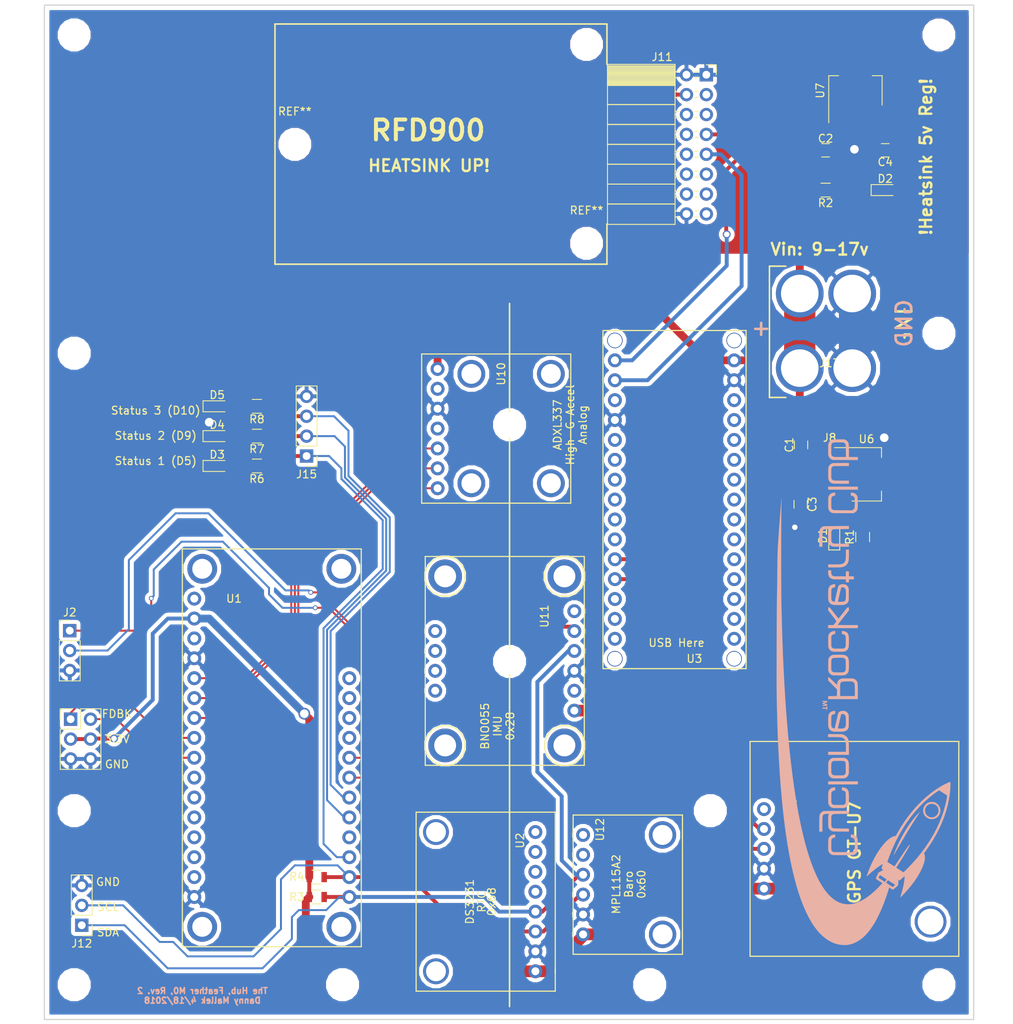
<source format=kicad_pcb>
(kicad_pcb (version 4) (host pcbnew 4.0.7)
  (title_block (title "The Hub") (rev 1.0) (company "Desert Jackal"))
  (layers (0 F.Cu signal) (31 B.Cu signal) (34 B.Paste user) (35 F.Paste user) (36 B.SilkS user) (37 F.SilkS user) (38 B.Mask user) (39 F.Mask user) (44 Edge.Cuts user))
  (net 0 "")
  (net 1 +12V)
  (net 2 GND)
  (net 3 +3V3)
  (net 4 +5V)
  (net 5 "Net-(D1-Pad1)")
  (net 6 "Net-(D2-Pad1)")
  (net 7 "Net-(D3-Pad2)")
  (net 8 "Net-(D4-Pad2)")
  (net 9 "Net-(D5-Pad2)")
  (net 10 "Net-(J11-Pad3)")
  (net 11 "Net-(J11-Pad5)")
  (net 12 "Net-(J11-Pad6)")
  (net 13 "Net-(J11-Pad8)")
  (net 14 "Net-(J11-Pad10)")
  (net 15 "Net-(J11-Pad11)")
  (net 16 "Net-(J11-Pad12)")
  (net 17 "Net-(J11-Pad13)")
  (net 18 "Net-(J11-Pad14)")
  (net 19 "Net-(J11-Pad15)")
  (net 20 /A0)
  (net 21 /A1)
  (net 22 /A2)
  (net 23 "Net-(U10-Pad2)")
  (net 24 "Net-(U10-Pad4)")
  (net 25 "Net-(U11-Pad2)")
  (net 26 "Net-(U11-Pad6)")
  (net 27 "Net-(U11-Pad7)")
  (net 28 "Net-(U11-Pad8)")
  (net 29 "Net-(U11-Pad9)")
  (net 30 "Net-(U11-Pad10)")
  (net 31 "Net-(U12-Pad1)")
  (net 32 "Net-(U12-Pad2)")
  (net 33 /A_FDBK_0)
  (net 34 /A_FDBK_1)
  (net 35 "Net-(U1-Pad1)")
  (net 36 "Net-(U2-Pad5)")
  (net 37 "Net-(U2-Pad6)")
  (net 38 "Net-(U2-Pad7)")
  (net 39 "Net-(U2-Pad8)")
  (net 40 /RFD900_RX)
  (net 41 /RFD900_TX)
  (net 42 /SDA_1)
  (net 43 /SCL_1)
  (net 44 /Status1)
  (net 45 /Status2)
  (net 46 /Status3)
  (net 47 "Net-(R5-Pad1)")
  (net 48 "Net-(R10-Pad1)")
  (net 49 "Net-(U1-Pad3)")
  (net 50 "Net-(U1-Pad10)")
  (net 51 "Net-(U1-Pad11)")
  (net 52 "Net-(U1-Pad12)")
  (net 53 "Net-(U1-Pad13)")
  (net 54 "Net-(U1-Pad20)")
  (net 55 "Net-(U1-Pad25)")
  (net 56 "Net-(U1-Pad26)")
  (net 57 "Net-(U1-Pad27)")
  (net 58 "Net-(U1-Pad28)")
  (net 59 "Net-(U3-Pad1)")
  (net 60 "Net-(U3-Pad2)")
  (net 61 "Net-(U3-Pad3)")
  (net 62 "Net-(U3-Pad4)")
  (net 63 "Net-(U3-Pad5)")
  (net 64 "Net-(U3-Pad6)")
  (net 65 "Net-(U3-Pad7)")
  (net 66 "Net-(U3-Pad8)")
  (net 67 "Net-(U3-Pad9)")
  (net 68 "Net-(U3-Pad10)")
  (net 69 "Net-(U3-Pad11)")
  (net 70 "Net-(U3-Pad12)")
  (net 71 "Net-(U3-Pad13)")
  (net 72 "Net-(U3-Pad18)")
  (net 73 "Net-(U3-Pad20)")
  (net 74 "Net-(U3-Pad21)")
  (net 75 "Net-(U3-Pad22)")
  (net 76 "Net-(U3-Pad23)")
  (net 77 "Net-(U3-Pad24)")
  (net 78 /GPS_TX)
  (net 79 /GPS_RX)
  (net 80 "Net-(U3-Pad28)")
  (net 81 "Net-(U3-Pad29)")
  (net 82 "Net-(U3-Pad30)")
  (net 83 "Net-(U3-Pad25)")
  (net 84 "Net-(U4-Pad1)")
  (net 85 /ActuatorDir)
  (net 86 /ActuatorPWM)
  (module FoxWestern:FeatherM0 (layer F.Cu) (at 81.3816 126.5936)
    (fp_text reference U1 (at 5.08 0) (layer F.SilkS))
    (fp_text value FeatherM0)
    (pad 1 thru_hole circle (at 0 0) (size 1.778 1.778) (drill 1.02) (layers *.Cu *.Mask) (net 35 "Net-(U1-Pad1)"))
    (pad 2 thru_hole circle (at 0 2.54) (size 1.778 1.778) (drill 1.02) (layers *.Cu *.Mask) (net 3 +3V3))
    (pad 3 thru_hole circle (at 0 5.08) (size 1.778 1.778) (drill 1.02) (layers *.Cu *.Mask) (net 49 "Net-(U1-Pad3)"))
    (pad 4 thru_hole circle (at 0 7.62) (size 1.778 1.778) (drill 1.02) (layers *.Cu *.Mask) (net 2 GND))
    (pad 5 thru_hole circle (at 0 10.16) (size 1.778 1.778) (drill 1.02) (layers *.Cu *.Mask) (net 20 /A0))
    (pad 6 thru_hole circle (at 0 12.7) (size 1.778 1.778) (drill 1.02) (layers *.Cu *.Mask) (net 21 /A1))
    (pad 7 thru_hole circle (at 0 15.24) (size 1.778 1.778) (drill 1.02) (layers *.Cu *.Mask) (net 22 /A2))
    (pad 8 thru_hole circle (at 0 17.78) (size 1.778 1.778) (drill 1.02) (layers *.Cu *.Mask) (net 33 /A_FDBK_0))
    (pad 9 thru_hole circle (at 0 20.32) (size 1.778 1.778) (drill 1.02) (layers *.Cu *.Mask) (net 34 /A_FDBK_1))
    (pad 10 thru_hole circle (at 0 22.86) (size 1.778 1.778) (drill 1.02) (layers *.Cu *.Mask) (net 50 "Net-(U1-Pad10)"))
    (pad 11 thru_hole circle (at 0 25.4) (size 1.778 1.778) (drill 1.02) (layers *.Cu *.Mask) (net 51 "Net-(U1-Pad11)"))
    (pad 12 thru_hole circle (at 0 27.94) (size 1.778 1.778) (drill 1.02) (layers *.Cu *.Mask) (net 52 "Net-(U1-Pad12)"))
    (pad 13 thru_hole circle (at 0 30.48) (size 1.778 1.778) (drill 1.02) (layers *.Cu *.Mask) (net 53 "Net-(U1-Pad13)"))
    (pad 14 thru_hole circle (at 0 33.02) (size 1.778 1.778) (drill 1.02) (layers *.Cu *.Mask) (net 47 "Net-(R5-Pad1)"))
    (pad 15 thru_hole circle (at 0 35.56) (size 1.778 1.778) (drill 1.02) (layers *.Cu *.Mask) (net 48 "Net-(R10-Pad1)"))
    (pad "" thru_hole circle (at 1.016 -3.81) (size 3.81 3.81) (drill 2.54) (layers *.Cu *.Mask))
    (pad "" thru_hole circle (at 18.796 -3.81) (size 3.81 3.81) (drill 2.54) (layers *.Cu *.Mask))
    (pad "" thru_hole circle (at 1.016 41.91) (size 3.81 3.81) (drill 2.54) (layers *.Cu *.Mask))
    (pad "" thru_hole circle (at 18.796 41.91) (size 3.81 3.81) (drill 2.54) (layers *.Cu *.Mask))
    (pad 16 thru_hole circle (at 0 38.1) (size 1.778 1.778) (drill 1.02) (layers *.Cu *.Mask) (net 2 GND))
    (pad 17 thru_hole circle (at 19.812 38.1) (size 1.778 1.778) (drill 1.02) (layers *.Cu *.Mask) (net 42 /SDA_1))
    (pad 18 thru_hole circle (at 19.812 35.56) (size 1.778 1.778) (drill 1.02) (layers *.Cu *.Mask) (net 43 /SCL_1))
    (pad 19 thru_hole circle (at 19.812 33.02) (size 1.778 1.778) (drill 1.02) (layers *.Cu *.Mask) (net 44 /Status1))
    (pad 20 thru_hole circle (at 19.812 30.48) (size 1.778 1.778) (drill 1.02) (layers *.Cu *.Mask) (net 54 "Net-(U1-Pad20)"))
    (pad 21 thru_hole circle (at 19.812 27.94) (size 1.778 1.778) (drill 1.02) (layers *.Cu *.Mask) (net 45 /Status2))
    (pad 22 thru_hole circle (at 19.812 25.4) (size 1.778 1.778) (drill 1.02) (layers *.Cu *.Mask) (net 46 /Status3))
    (pad 23 thru_hole circle (at 19.812 22.86) (size 1.778 1.778) (drill 1.02) (layers *.Cu *.Mask) (net 86 /ActuatorPWM))
    (pad 24 thru_hole circle (at 19.812 20.32) (size 1.778 1.778) (drill 1.02) (layers *.Cu *.Mask) (net 85 /ActuatorDir))
    (pad 25 thru_hole circle (at 19.812 17.78) (size 1.778 1.778) (drill 1.02) (layers *.Cu *.Mask) (net 55 "Net-(U1-Pad25)"))
    (pad 26 thru_hole circle (at 19.812 15.24) (size 1.778 1.778) (drill 1.02) (layers *.Cu *.Mask) (net 56 "Net-(U1-Pad26)"))
    (pad 27 thru_hole circle (at 19.812 12.7) (size 1.778 1.778) (drill 1.02) (layers *.Cu *.Mask) (net 57 "Net-(U1-Pad27)"))
    (pad 28 thru_hole circle (at 19.812 10.16) (size 1.778 1.778) (drill 1.02) (layers *.Cu *.Mask) (net 58 "Net-(U1-Pad28)"))
  )
  (module FoxWestern:ArduinoNano (layer F.Cu) (at 150.368 131.7244 180)
    (fp_text reference U3 (at 5.08 -2.54 180) (layer F.SilkS))
    (fp_text value ArduinoNano)
    (fp_text user "USB Here" (at 7.366 -0.508 180) (layer F.SilkS))
    (pad 1 thru_hole circle (at 0 0 180) (size 1.778 1.778) (drill 1.02) (layers *.Cu *.Mask) (net 59 "Net-(U3-Pad1)"))
    (pad 2 thru_hole circle (at 0 2.54 180) (size 1.778 1.778) (drill 1.02) (layers *.Cu *.Mask) (net 60 "Net-(U3-Pad2)"))
    (pad 3 thru_hole circle (at 0 5.08 180) (size 1.778 1.778) (drill 1.02) (layers *.Cu *.Mask) (net 61 "Net-(U3-Pad3)"))
    (pad 4 thru_hole circle (at 0 7.62 180) (size 1.778 1.778) (drill 1.02) (layers *.Cu *.Mask) (net 62 "Net-(U3-Pad4)"))
    (pad 5 thru_hole circle (at 0 10.16 180) (size 1.778 1.778) (drill 1.02) (layers *.Cu *.Mask) (net 63 "Net-(U3-Pad5)"))
    (pad 6 thru_hole circle (at 0 12.7 180) (size 1.778 1.778) (drill 1.02) (layers *.Cu *.Mask) (net 64 "Net-(U3-Pad6)"))
    (pad 7 thru_hole circle (at 0 15.24 180) (size 1.778 1.778) (drill 1.02) (layers *.Cu *.Mask) (net 65 "Net-(U3-Pad7)"))
    (pad 8 thru_hole circle (at 0 17.78 180) (size 1.778 1.778) (drill 1.02) (layers *.Cu *.Mask) (net 66 "Net-(U3-Pad8)"))
    (pad 9 thru_hole circle (at 0 20.32 180) (size 1.778 1.778) (drill 1.02) (layers *.Cu *.Mask) (net 67 "Net-(U3-Pad9)"))
    (pad 10 thru_hole circle (at 0 22.86 180) (size 1.778 1.778) (drill 1.02) (layers *.Cu *.Mask) (net 68 "Net-(U3-Pad10)"))
    (pad 11 thru_hole circle (at 0 25.4 180) (size 1.778 1.778) (drill 1.02) (layers *.Cu *.Mask) (net 69 "Net-(U3-Pad11)"))
    (pad 12 thru_hole circle (at 0 27.94 180) (size 1.778 1.778) (drill 1.02) (layers *.Cu *.Mask) (net 70 "Net-(U3-Pad12)"))
    (pad 13 thru_hole circle (at 0 30.48 180) (size 1.778 1.778) (drill 1.02) (layers *.Cu *.Mask) (net 71 "Net-(U3-Pad13)"))
    (pad 14 thru_hole circle (at 0 33.02 180) (size 1.778 1.778) (drill 1.02) (layers *.Cu *.Mask) (net 2 GND))
    (pad 15 thru_hole circle (at 0 35.56 180) (size 1.778 1.778) (drill 1.02) (layers *.Cu *.Mask) (net 3 +3V3))
    (pad 16 thru_hole circle (at 15.24 35.56 180) (size 1.778 1.778) (drill 1.02) (layers *.Cu *.Mask) (net 40 /RFD900_RX))
    (pad 17 thru_hole circle (at 15.24 33.02 180) (size 1.778 1.778) (drill 1.02) (layers *.Cu *.Mask) (net 41 /RFD900_TX))
    (pad 18 thru_hole circle (at 15.24 30.48 180) (size 1.778 1.778) (drill 1.02) (layers *.Cu *.Mask) (net 72 "Net-(U3-Pad18)"))
    (pad 19 thru_hole circle (at 15.24 27.94 180) (size 1.778 1.778) (drill 1.02) (layers *.Cu *.Mask) (net 2 GND))
    (pad 20 thru_hole circle (at 15.24 25.4 180) (size 1.778 1.778) (drill 1.02) (layers *.Cu *.Mask) (net 73 "Net-(U3-Pad20)"))
    (pad 21 thru_hole circle (at 15.24 22.86 180) (size 1.778 1.778) (drill 1.02) (layers *.Cu *.Mask) (net 74 "Net-(U3-Pad21)"))
    (pad 22 thru_hole circle (at 15.24 20.32 180) (size 1.778 1.778) (drill 1.02) (layers *.Cu *.Mask) (net 75 "Net-(U3-Pad22)"))
    (pad 23 thru_hole circle (at 15.24 17.78 180) (size 1.778 1.778) (drill 1.02) (layers *.Cu *.Mask) (net 76 "Net-(U3-Pad23)"))
    (pad 24 thru_hole circle (at 15.24 15.24 180) (size 1.778 1.778) (drill 1.02) (layers *.Cu *.Mask) (net 77 "Net-(U3-Pad24)"))
    (pad 25 thru_hole circle (at 15.24 12.7 180) (size 1.778 1.778) (drill 1.02) (layers *.Cu *.Mask) (net 83 "Net-(U3-Pad25)"))
    (pad 26 thru_hole circle (at 15.24 10.16 180) (size 1.778 1.778) (drill 1.02) (layers *.Cu *.Mask) (net 78 /GPS_TX))
    (pad 27 thru_hole circle (at 15.24 7.62 180) (size 1.778 1.778) (drill 1.02) (layers *.Cu *.Mask) (net 79 /GPS_RX))
    (pad 28 thru_hole circle (at 15.24 5.08 180) (size 1.778 1.778) (drill 1.02) (layers *.Cu *.Mask) (net 80 "Net-(U3-Pad28)"))
    (pad 29 thru_hole circle (at 15.24 2.54 180) (size 1.778 1.778) (drill 1.02) (layers *.Cu *.Mask) (net 81 "Net-(U3-Pad29)"))
    (pad 30 thru_hole circle (at 15.24 0 180) (size 1.778 1.778) (drill 1.02) (layers *.Cu *.Mask) (net 82 "Net-(U3-Pad30)"))
    (pad "" thru_hole circle (at 0 -2.54 180) (size 1.9812 1.9812) (drill 1.778) (layers *.Cu *.Mask))
    (pad "" thru_hole circle (at 15.24 -2.54 180) (size 1.9812 1.9812) (drill 1.778) (layers *.Cu *.Mask))
    (pad "" thru_hole circle (at 0 38.1 180) (size 1.9812 1.9812) (drill 1.778) (layers *.Cu *.Mask))
    (pad "" thru_hole circle (at 15.24 38.1 180) (size 1.9812 1.9812) (drill 1.778) (layers *.Cu *.Mask))
  )
  (module Board1:CycloneRocketryLogo (layer B.Cu) (at 164.592 138.049 90)
    (fp_text reference G*** hide)
    (fp_text value LOGO hide)
  )
  (module Mounting_Holes:MountingHole_3.2mm_M3 (layer F.Cu) (at 176.53 92.71)
    (fp_text reference "" (at 0 -4.2) (layer F.SilkS))
    (fp_text value MountingHole_3.2mm_M3)
    (pad 1 np_thru_hole circle (at 0 0) (size 3.2 3.2) (drill 3.2) (layers *.Cu *.Mask))
  )
  (module TO_SOT_Packages_SMD:SOT-223-3Lead_TabPin2 (layer F.Cu) (at 167.2844 110.7186)
    (fp_text reference U6 (at 0 -4.5) (layer F.SilkS))
    (fp_text value TL1963)
    (pad 2 smd rect (at 3.15 0) (size 2 3.8) (layers F.Cu F.Paste F.Mask) (net 2 GND))
    (pad 2 smd rect (at -3.15 0) (size 2 1.5) (layers F.Cu F.Paste F.Mask) (net 2 GND))
    (pad 3 smd rect (at -3.15 2.3) (size 2 1.5) (layers F.Cu F.Paste F.Mask) (net 3 +3V3))
    (pad 1 smd rect (at -3.15 -2.3) (size 2 1.5) (layers F.Cu F.Paste F.Mask) (net 1 +12V))
  )
  (module Socket_Strips:Socket_Strip_Angled_2x08_Pitch2.54mm (layer F.Cu) (at 146.812 59.69)
    (fp_text reference J11 (at -5.65 -2.27) (layer F.SilkS))
    (fp_text value RFD900)
    (pad 1 thru_hole rect (at 0 0) (size 1.7 1.7) (drill 1) (layers *.Cu *.Mask) (net 2 GND))
    (pad 2 thru_hole oval (at -2.54 0) (size 1.7 1.7) (drill 1) (layers *.Cu *.Mask) (net 2 GND))
    (pad 3 thru_hole oval (at 0 2.54) (size 1.7 1.7) (drill 1) (layers *.Cu *.Mask) (net 10 "Net-(J11-Pad3)"))
    (pad 4 thru_hole oval (at -2.54 2.54) (size 1.7 1.7) (drill 1) (layers *.Cu *.Mask) (net 4 +5V))
    (pad 5 thru_hole oval (at 0 5.08) (size 1.7 1.7) (drill 1) (layers *.Cu *.Mask) (net 11 "Net-(J11-Pad5)"))
    (pad 6 thru_hole oval (at -2.54 5.08) (size 1.7 1.7) (drill 1) (layers *.Cu *.Mask) (net 12 "Net-(J11-Pad6)"))
    (pad 7 thru_hole oval (at 0 7.62) (size 1.7 1.7) (drill 1) (layers *.Cu *.Mask) (net 40 /RFD900_RX))
    (pad 8 thru_hole oval (at -2.54 7.62) (size 1.7 1.7) (drill 1) (layers *.Cu *.Mask) (net 13 "Net-(J11-Pad8)"))
    (pad 9 thru_hole oval (at 0 10.16) (size 1.7 1.7) (drill 1) (layers *.Cu *.Mask) (net 41 /RFD900_TX))
    (pad 10 thru_hole oval (at -2.54 10.16) (size 1.7 1.7) (drill 1) (layers *.Cu *.Mask) (net 14 "Net-(J11-Pad10)"))
    (pad 11 thru_hole oval (at 0 12.7) (size 1.7 1.7) (drill 1) (layers *.Cu *.Mask) (net 15 "Net-(J11-Pad11)"))
    (pad 12 thru_hole oval (at -2.54 12.7) (size 1.7 1.7) (drill 1) (layers *.Cu *.Mask) (net 16 "Net-(J11-Pad12)"))
    (pad 13 thru_hole oval (at 0 15.24) (size 1.7 1.7) (drill 1) (layers *.Cu *.Mask) (net 17 "Net-(J11-Pad13)"))
    (pad 14 thru_hole oval (at -2.54 15.24) (size 1.7 1.7) (drill 1) (layers *.Cu *.Mask) (net 18 "Net-(J11-Pad14)"))
    (pad 15 thru_hole oval (at 0 17.78) (size 1.7 1.7) (drill 1) (layers *.Cu *.Mask) (net 19 "Net-(J11-Pad15)"))
    (pad 16 thru_hole oval (at -2.54 17.78) (size 1.7 1.7) (drill 1) (layers *.Cu *.Mask) (net 2 GND))
  )
  (module TO_SOT_Packages_SMD:SOT-223 (layer F.Cu) (at 165.862 61.722 90)
    (fp_text reference U7 (at 0 -4.5 90) (layer F.SilkS))
    (fp_text value LM340MP-5.0)
    (pad 4 smd rect (at 3.15 0 90) (size 2 3.8) (layers F.Cu F.Paste F.Mask))
    (pad 2 smd rect (at -3.15 0 90) (size 2 1.5) (layers F.Cu F.Paste F.Mask) (net 2 GND))
    (pad 3 smd rect (at -3.15 2.3 90) (size 2 1.5) (layers F.Cu F.Paste F.Mask) (net 4 +5V))
    (pad 1 smd rect (at -3.15 -2.3 90) (size 2 1.5) (layers F.Cu F.Paste F.Mask) (net 1 +12V))
  )
  (module Resistors_SMD:R_0805 (layer F.Cu) (at 89.3826 102.0318 180)
    (fp_text reference R8 (at 0 -1.65 180) (layer F.SilkS))
    (fp_text value 1k)
    (pad 1 smd rect (at -0.95 0 180) (size 0.7 1.3) (layers F.Cu F.Paste F.Mask) (net 46 /Status3))
    (pad 2 smd rect (at 0.95 0 180) (size 0.7 1.3) (layers F.Cu F.Paste F.Mask) (net 9 "Net-(D5-Pad2)"))
  )
  (module Resistors_SMD:R_0805 (layer F.Cu) (at 89.3826 105.8418 180)
    (fp_text reference R7 (at 0 -1.65 180) (layer F.SilkS))
    (fp_text value 1k)
    (pad 1 smd rect (at -0.95 0 180) (size 0.7 1.3) (layers F.Cu F.Paste F.Mask) (net 45 /Status2))
    (pad 2 smd rect (at 0.95 0 180) (size 0.7 1.3) (layers F.Cu F.Paste F.Mask) (net 8 "Net-(D4-Pad2)"))
  )
  (module Resistors_SMD:R_0805 (layer F.Cu) (at 89.3826 109.6518 180)
    (fp_text reference R6 (at 0 -1.65 180) (layer F.SilkS))
    (fp_text value 1k)
    (pad 1 smd rect (at -0.95 0 180) (size 0.7 1.3) (layers F.Cu F.Paste F.Mask) (net 44 /Status1))
    (pad 2 smd rect (at 0.95 0 180) (size 0.7 1.3) (layers F.Cu F.Paste F.Mask) (net 7 "Net-(D3-Pad2)"))
  )
  (module Resistors_SMD:R_0805 (layer F.Cu) (at 162.052 74.422 180)
    (fp_text reference R2 (at 0 -1.65 180) (layer F.SilkS))
    (fp_text value 220)
    (pad 1 smd rect (at -0.95 0 180) (size 0.7 1.3) (layers F.Cu F.Paste F.Mask) (net 6 "Net-(D2-Pad1)"))
    (pad 2 smd rect (at 0.95 0 180) (size 0.7 1.3) (layers F.Cu F.Paste F.Mask) (net 2 GND))
  )
  (module Resistors_SMD:R_0805 (layer F.Cu) (at 166.7891 118.7196 90)
    (fp_text reference R1 (at 0 -1.65 90) (layer F.SilkS))
    (fp_text value 220)
    (pad 1 smd rect (at -0.95 0 90) (size 0.7 1.3) (layers F.Cu F.Paste F.Mask) (net 5 "Net-(D1-Pad1)"))
    (pad 2 smd rect (at 0.95 0 90) (size 0.7 1.3) (layers F.Cu F.Paste F.Mask) (net 2 GND))
  )
  (module Pin_Headers:Pin_Header_Straight_1x04_Pitch2.54mm (layer F.Cu) (at 95.7326 108.3818 180)
    (fp_text reference J15 (at 0 -2.33 180) (layer F.SilkS))
    (fp_text value "GPIO Test")
    (pad 1 thru_hole rect (at 0 0 180) (size 1.7 1.7) (drill 1) (layers *.Cu *.Mask) (net 44 /Status1))
    (pad 2 thru_hole oval (at 0 2.54 180) (size 1.7 1.7) (drill 1) (layers *.Cu *.Mask) (net 45 /Status2))
    (pad 3 thru_hole oval (at 0 5.08 180) (size 1.7 1.7) (drill 1) (layers *.Cu *.Mask) (net 46 /Status3))
    (pad 4 thru_hole oval (at 0 7.62 180) (size 1.7 1.7) (drill 1) (layers *.Cu *.Mask) (net 2 GND))
  )
  (module LEDs:LED_0805 (layer F.Cu) (at 84.3026 102.0318)
    (fp_text reference D5 (at 0 -1.45) (layer F.SilkS))
    (fp_text value LED)
    (pad 2 smd rect (at 1.1 0 180) (size 1.2 1.2) (layers F.Cu F.Paste F.Mask) (net 9 "Net-(D5-Pad2)"))
    (pad 1 smd rect (at -1.1 0 180) (size 1.2 1.2) (layers F.Cu F.Paste F.Mask) (net 2 GND))
  )
  (module LEDs:LED_0805 (layer F.Cu) (at 84.3026 105.8418)
    (fp_text reference D4 (at 0 -1.45) (layer F.SilkS))
    (fp_text value LED)
    (pad 2 smd rect (at 1.1 0 180) (size 1.2 1.2) (layers F.Cu F.Paste F.Mask) (net 8 "Net-(D4-Pad2)"))
    (pad 1 smd rect (at -1.1 0 180) (size 1.2 1.2) (layers F.Cu F.Paste F.Mask) (net 2 GND))
  )
  (module LEDs:LED_0805 (layer F.Cu) (at 84.3026 109.6518)
    (fp_text reference D3 (at 0 -1.45) (layer F.SilkS))
    (fp_text value LED)
    (pad 2 smd rect (at 1.1 0 180) (size 1.2 1.2) (layers F.Cu F.Paste F.Mask) (net 7 "Net-(D3-Pad2)"))
    (pad 1 smd rect (at -1.1 0 180) (size 1.2 1.2) (layers F.Cu F.Paste F.Mask) (net 2 GND))
  )
  (module LEDs:LED_0805 (layer F.Cu) (at 169.672 74.422)
    (fp_text reference D2 (at 0 -1.45) (layer F.SilkS))
    (fp_text value LED)
    (pad 2 smd rect (at 1.1 0 180) (size 1.2 1.2) (layers F.Cu F.Paste F.Mask) (net 4 +5V))
    (pad 1 smd rect (at -1.1 0 180) (size 1.2 1.2) (layers F.Cu F.Paste F.Mask) (net 6 "Net-(D2-Pad1)"))
  )
  (module LEDs:LED_0805 (layer F.Cu) (at 163.1569 118.5799 90)
    (fp_text reference D1 (at 0 -1.45 90) (layer F.SilkS))
    (fp_text value LED)
    (pad 2 smd rect (at 1.1 0 270) (size 1.2 1.2) (layers F.Cu F.Paste F.Mask) (net 3 +3V3))
    (pad 1 smd rect (at -1.1 0 270) (size 1.2 1.2) (layers F.Cu F.Paste F.Mask) (net 5 "Net-(D1-Pad1)"))
  )
  (module Capacitors_SMD:C_0805 (layer F.Cu) (at 169.672 69.342 180)
    (fp_text reference C4 (at 0 -1.5 180) (layer F.SilkS))
    (fp_text value 10U)
    (pad 1 smd rect (at -1 0 180) (size 1 1.25) (layers F.Cu F.Paste F.Mask) (net 4 +5V))
    (pad 2 smd rect (at 1 0 180) (size 1 1.25) (layers F.Cu F.Paste F.Mask) (net 2 GND))
  )
  (module Capacitors_SMD:C_0805 (layer F.Cu) (at 158.8643 114.554 270)
    (fp_text reference C3 (at 0 -1.5 270) (layer F.SilkS))
    (fp_text value 10U)
    (pad 1 smd rect (at -1 0 270) (size 1 1.25) (layers F.Cu F.Paste F.Mask) (net 3 +3V3))
    (pad 2 smd rect (at 1 0 270) (size 1 1.25) (layers F.Cu F.Paste F.Mask) (net 2 GND))
  )
  (module Capacitors_SMD:C_0805 (layer F.Cu) (at 162.052 69.342)
    (fp_text reference C2 (at 0 -1.5) (layer F.SilkS))
    (fp_text value 10U)
    (pad 1 smd rect (at -1 0) (size 1 1.25) (layers F.Cu F.Paste F.Mask) (net 1 +12V))
    (pad 2 smd rect (at 1 0) (size 1 1.25) (layers F.Cu F.Paste F.Mask) (net 2 GND))
  )
  (module Capacitors_SMD:C_0805 (layer F.Cu) (at 158.9151 106.9594 90)
    (fp_text reference C1 (at 0 -1.5 90) (layer F.SilkS))
    (fp_text value 10U)
    (pad 1 smd rect (at -1 0 90) (size 1 1.25) (layers F.Cu F.Paste F.Mask) (net 1 +12V))
    (pad 2 smd rect (at 1 0 90) (size 1 1.25) (layers F.Cu F.Paste F.Mask) (net 2 GND))
  )
  (module Symbols:Symbol_Attention_CopperTop_Small (layer F.Cu) (at 110.236 77.724)
    (fp_text reference REF** hide)
    (fp_text value Symbol_Attention_CopperTop_Small)
    (fp_line (start 0 -4.191) (end 4.699 2.794) (layer F.Cu) (width 0.381))
    (fp_line (start 4.699 2.794) (end -4.699 2.794) (layer F.Cu) (width 0.381))
    (fp_line (start -4.699 2.794) (end 0 -4.191) (layer F.Cu) (width 0.381))
    (fp_circle (center 0 1.905) (end 0 2.032) (layer F.Cu) (width 0.381))
    (fp_circle (center 0 1.905) (end 0.254 2.159) (layer F.Cu) (width 0.381))
    (fp_line (start 0 1.016) (end -0.127 -2.54) (layer F.Cu) (width 0.381))
    (fp_line (start 0 0.889) (end 0.127 -2.54) (layer F.Cu) (width 0.381))
    (fp_line (start 0 -2.54) (end 0.508 -2.54) (layer F.Cu) (width 0.381))
    (fp_line (start 0.508 -2.54) (end 0 1.016) (layer F.Cu) (width 0.381))
    (fp_line (start 0 1.016) (end -0.508 -2.54) (layer F.Cu) (width 0.381))
    (fp_line (start -0.508 -2.54) (end 0 -2.54) (layer F.Cu) (width 0.381))
  )
  (module Mounting_Holes:MountingHole_3.2mm_M3 (layer F.Cu) (at 66.04 175.895)
    (fp_text reference "" (at 0 -4.2) (layer F.SilkS))
    (fp_text value MountingHole_3.2mm_M3)
    (pad 1 np_thru_hole circle (at 0 0) (size 3.2 3.2) (drill 3.2) (layers *.Cu *.Mask))
  )
  (module Mounting_Holes:MountingHole_3.2mm_M3 (layer F.Cu) (at 176.53 175.895)
    (fp_text reference "" (at 0 -4.2) (layer F.SilkS))
    (fp_text value MountingHole_3.2mm_M3)
    (pad 1 np_thru_hole circle (at 0 0) (size 3.2 3.2) (drill 3.2) (layers *.Cu *.Mask))
  )
  (module Mounting_Holes:MountingHole_3.2mm_M3 (layer F.Cu) (at 66.04 54.61)
    (fp_text reference "" (at 0 -4.2) (layer F.SilkS))
    (fp_text value MountingHole_3.2mm_M3)
    (pad 1 np_thru_hole circle (at 0 0) (size 3.2 3.2) (drill 3.2) (layers *.Cu *.Mask))
  )
  (module Mounting_Holes:MountingHole_3.2mm_M3 (layer F.Cu) (at 66.04 95.25)
    (fp_text reference "" hide)
    (fp_text value MountingHole_3.2mm_M3)
    (pad 1 np_thru_hole circle (at 0 0) (size 3.2 3.2) (drill 3.2) (layers *.Cu *.Mask))
  )
  (module Mounting_Holes:MountingHole_3.2mm_M3 (layer F.Cu) (at 66.04 153.67)
    (fp_text reference "" (at 0 -4.2) (layer F.SilkS))
    (fp_text value MountingHole_3.2mm_M3)
    (pad 1 np_thru_hole circle (at 0 0) (size 3.2 3.2) (drill 3.2) (layers *.Cu *.Mask))
  )
  (module Mounting_Holes:MountingHole_3.2mm_M3 (layer F.Cu) (at 147.32 153.67)
    (fp_text reference "" (at 0 -4.2) (layer F.SilkS))
    (fp_text value MountingHole_3.2mm_M3)
    (pad 1 np_thru_hole circle (at 0 0) (size 3.2 3.2) (drill 3.2) (layers *.Cu *.Mask))
  )
  (module Mounting_Holes:MountingHole_3.2mm_M3 (layer F.Cu) (at 121.666 104.394)
    (fp_text reference "" (at 0 -4.2) (layer F.SilkS))
    (fp_text value MountingHole_3.2mm_M3)
    (pad 1 np_thru_hole circle (at 0 0) (size 3.2 3.2) (drill 3.2) (layers *.Cu *.Mask))
  )
  (module Mounting_Holes:MountingHole_3.2mm_M3 (layer F.Cu) (at 176.53 54.61)
    (fp_text reference "" (at 0 -4.2) (layer F.SilkS))
    (fp_text value MountingHole_3.2mm_M3)
    (pad 1 np_thru_hole circle (at 0 0) (size 3.2 3.2) (drill 3.2) (layers *.Cu *.Mask))
  )
  (module Mounting_Holes:MountingHole_3.2mm_M3 (layer F.Cu) (at 100.33 175.895)
    (fp_text reference "" (at 0 -4.2) (layer F.SilkS))
    (fp_text value MountingHole_3.2mm_M3)
    (pad 1 np_thru_hole circle (at 0 0) (size 3.2 3.2) (drill 3.2) (layers *.Cu *.Mask))
  )
  (module Mounting_Holes:MountingHole_3.2mm_M3 (layer F.Cu) (at 139.573 175.895)
    (fp_text reference "" (at 0 -4.2) (layer F.SilkS))
    (fp_text value MountingHole_3.2mm_M3)
    (pad 1 np_thru_hole circle (at 0 0) (size 3.2 3.2) (drill 3.2) (layers *.Cu *.Mask))
  )
  (module FoxWestern:XT60 (layer F.Cu) (at 158.75 97.155)
    (fp_text reference J8 (at 3.81 8.89) (layer F.SilkS))
    (fp_text value "12V MAIN POWER")
    (pad 1 thru_hole circle (at 0 0) (size 6.1 6.1) (drill 4.8) (layers *.Cu *.Mask) (net 1 +12V))
    (pad 2 thru_hole circle (at 6.7 0) (size 6.1 6.1) (drill 4.8) (layers *.Cu *.Mask) (net 2 GND))
  )
  (module FoxWestern:XT60 (layer F.Cu) (at 158.75 87.63)
    (fp_text reference J17 (at 3.81 8.89) (layer F.SilkS))
    (fp_text value "12V OUT")
    (pad 1 thru_hole circle (at 0 0) (size 6.1 6.1) (drill 4.8) (layers *.Cu *.Mask) (net 1 +12V))
    (pad 2 thru_hole circle (at 6.7 0) (size 6.1 6.1) (drill 4.8) (layers *.Cu *.Mask) (net 2 GND))
  )
  (module Mounting_Holes:MountingHole_3.2mm_M3 (layer F.Cu) (at 121.666 134.62)
    (fp_text reference "" hide)
    (fp_text value MountingHole_3.2mm_M3)
    (pad 1 np_thru_hole circle (at 0 0) (size 3.2 3.2) (drill 3.2) (layers *.Cu *.Mask))
  )
  (module Mounting_Holes:MountingHole_3.2mm_M3 (layer F.Cu) (at 131.5085 81.2165)
    (fp_text reference REF** (at 0 -4.2) (layer F.SilkS))
    (fp_text value MountingHole_3.2mm_M3)
    (pad 1 np_thru_hole circle (at 0 0) (size 3.2 3.2) (drill 3.2) (layers *.Cu *.Mask))
  )
  (module Mounting_Holes:MountingHole_3.2mm_M3 (layer F.Cu) (at 131.5085 55.8165)
    (fp_text reference "" (at 0 -4.2) (layer F.SilkS))
    (fp_text value MountingHole_3.2mm_M3)
    (pad "" np_thru_hole circle (at 0 0) (size 3.2 3.2) (drill 3.2) (layers *.Cu *.Mask))
  )
  (module Mounting_Holes:MountingHole_3.2mm_M3 (layer F.Cu) (at 94.234 68.58)
    (fp_text reference REF** (at 0 -4.2) (layer F.SilkS))
    (fp_text value MountingHole_3.2mm_M3)
    (pad 1 np_thru_hole circle (at 0 0) (size 3.2 3.2) (drill 3.2) (layers *.Cu *.Mask))
  )
  (module Pin_Headers:Pin_Header_Straight_2x03_Pitch2.54mm (layer F.Cu) (at 65.5828 141.986)
    (fp_text reference J1 hide)
    (fp_text value "Actuator Fdbk Conn")
    (pad 1 thru_hole rect (at 0 0) (size 1.7 1.7) (drill 1) (layers *.Cu *.Mask) (net 33 /A_FDBK_0))
    (pad 2 thru_hole oval (at 2.54 0) (size 1.7 1.7) (drill 1) (layers *.Cu *.Mask) (net 34 /A_FDBK_1))
    (pad 3 thru_hole oval (at 0 2.54) (size 1.7 1.7) (drill 1) (layers *.Cu *.Mask) (net 3 +3V3))
    (pad 4 thru_hole oval (at 2.54 2.54) (size 1.7 1.7) (drill 1) (layers *.Cu *.Mask) (net 3 +3V3))
    (pad 5 thru_hole oval (at 0 5.08) (size 1.7 1.7) (drill 1) (layers *.Cu *.Mask) (net 2 GND))
    (pad 6 thru_hole oval (at 2.54 5.08) (size 1.7 1.7) (drill 1) (layers *.Cu *.Mask) (net 2 GND))
  )
  (module Pin_Headers:Pin_Header_Straight_1x03_Pitch2.54mm (layer F.Cu) (at 67.0052 168.3004 180)
    (fp_text reference J12 (at 0 -2.33 180) (layer F.SilkS))
    (fp_text value "I2C_1 Test Point")
    (pad 1 thru_hole rect (at 0 0 180) (size 1.7 1.7) (drill 1) (layers *.Cu *.Mask) (net 42 /SDA_1))
    (pad 2 thru_hole oval (at 0 2.54 180) (size 1.7 1.7) (drill 1) (layers *.Cu *.Mask) (net 43 /SCL_1))
    (pad 3 thru_hole oval (at 0 5.08 180) (size 1.7 1.7) (drill 1) (layers *.Cu *.Mask) (net 2 GND))
  )
  (module Resistors_SMD:R_0805 (layer F.Cu) (at 97.028 164.6936)
    (fp_text reference R3 (at -2.54 0) (layer F.SilkS))
    (fp_text value 2.2K)
    (pad 1 smd rect (at -0.95 0) (size 0.7 1.3) (layers F.Cu F.Paste F.Mask) (net 3 +3V3))
    (pad 2 smd rect (at 0.95 0) (size 0.7 1.3) (layers F.Cu F.Paste F.Mask) (net 42 /SDA_1))
  )
  (module Resistors_SMD:R_0805 (layer F.Cu) (at 97.028 162.1536)
    (fp_text reference R4 (at -2.54 -0.0508) (layer F.SilkS))
    (fp_text value 2.2K)
    (pad 1 smd rect (at -0.95 0) (size 0.7 1.3) (layers F.Cu F.Paste F.Mask) (net 3 +3V3))
    (pad 2 smd rect (at 0.95 0) (size 0.7 1.3) (layers F.Cu F.Paste F.Mask) (net 43 /SCL_1))
  )
  (module FoxWestern:DS3231 (layer F.Cu) (at 124.968 174.1805 90)
    (fp_text reference U2 (at 16.6878 -1.9558 90) (layer F.SilkS))
    (fp_text value DS3231)
    (fp_text user RTC (at 8.89 -6.858 90) (layer F.SilkS))
    (fp_text user 0x68 (at 8.89 -5.588 90) (layer F.SilkS))
    (fp_text user DS3231 (at 8.89 -8.382 90) (layer F.SilkS))
    (pad 1 thru_hole circle (at 0 0 90) (size 1.778 1.778) (drill 1.016) (layers *.Cu *.Mask) (net 3 +3V3))
    (pad 2 thru_hole circle (at 2.54 0 90) (size 1.778 1.778) (drill 1.016) (layers *.Cu *.Mask) (net 2 GND))
    (pad 3 thru_hole circle (at 5.08 0 90) (size 1.778 1.778) (drill 1.016) (layers *.Cu *.Mask) (net 43 /SCL_1))
    (pad 4 thru_hole circle (at 7.62 0 90) (size 1.778 1.778) (drill 1.016) (layers *.Cu *.Mask) (net 42 /SDA_1))
    (pad 5 thru_hole circle (at 10.16 0 90) (size 1.778 1.778) (drill 1.016) (layers *.Cu *.Mask) (net 36 "Net-(U2-Pad5)"))
    (pad 6 thru_hole circle (at 12.7 0 90) (size 1.778 1.778) (drill 1.016) (layers *.Cu *.Mask) (net 37 "Net-(U2-Pad6)"))
    (pad 7 thru_hole circle (at 15.24 0 90) (size 1.778 1.778) (drill 1.016) (layers *.Cu *.Mask) (net 38 "Net-(U2-Pad7)"))
    (pad 8 thru_hole circle (at 17.78 0 90) (size 1.778 1.778) (drill 1.016) (layers *.Cu *.Mask) (net 39 "Net-(U2-Pad8)"))
    (pad "" thru_hole circle (at 17.78 -12.7 90) (size 3.302 3.302) (drill 2.54) (layers *.Cu *.Mask))
    (pad "" thru_hole circle (at 0 -12.7 90) (size 3.302 3.302) (drill 2.54) (layers *.Cu *.Mask))
  )
  (module FoxWestern:GT-U7_GPS (layer F.Cu) (at 154.432 152.7048 270)
    (fp_text reference U4 (at 0.4572 -3.429 450) (layer F.SilkS))
    (fp_text value GT-U7_GPS)
    (pad 1 thru_hole circle (at 0.762 0.254 270) (size 1.778 1.778) (drill 1.02) (layers *.Cu *.Mask) (net 84 "Net-(U4-Pad1)"))
    (pad 2 thru_hole circle (at 3.302 0.254 270) (size 1.778 1.778) (drill 1.02) (layers *.Cu *.Mask) (net 78 /GPS_TX))
    (pad 3 thru_hole circle (at 5.842 0.254 270) (size 1.778 1.778) (drill 1.02) (layers *.Cu *.Mask) (net 79 /GPS_RX))
    (pad 4 thru_hole circle (at 8.382 0.254 270) (size 1.778 1.778) (drill 1.02) (layers *.Cu *.Mask) (net 2 GND))
    (pad 5 thru_hole circle (at 10.922 0.254 270) (size 1.778 1.778) (drill 1.02) (layers *.Cu *.Mask) (net 3 +3V3))
    (pad "" thru_hole circle (at 15.1384 -21.0312 270) (size 4.064 4.064) (drill 3.302) (layers *.Cu *.Mask))
  )
  (module FoxWestern:ADXL377 (layer F.Cu) (at 110.4392 95.3516 270)
    (fp_text reference U10 (at 2.54 -10.16 270) (layer F.SilkS))
    (fp_text value ADXL377)
    (pad 1 thru_hole circle (at 1.905 -2.032 270) (size 1.778 1.778) (drill 1.016) (layers *.Cu *.Mask) (net 3 +3V3))
    (pad 2 thru_hole circle (at 4.445 -2.032 270) (size 1.778 1.778) (drill 1.016) (layers *.Cu *.Mask) (net 23 "Net-(U10-Pad2)"))
    (pad 3 thru_hole circle (at 6.985 -2.032 270) (size 1.778 1.778) (drill 1.016) (layers *.Cu *.Mask) (net 2 GND))
    (pad 4 thru_hole circle (at 9.525 -2.032 270) (size 1.778 1.778) (drill 1.016) (layers *.Cu *.Mask) (net 24 "Net-(U10-Pad4)"))
    (pad 5 thru_hole circle (at 12.065 -2.032 270) (size 1.778 1.778) (drill 1.016) (layers *.Cu *.Mask) (net 20 /A0))
    (pad 6 thru_hole circle (at 14.605 -2.032 270) (size 1.778 1.778) (drill 1.016) (layers *.Cu *.Mask) (net 21 /A1))
    (pad 7 thru_hole circle (at 17.145 -2.032 270) (size 1.778 1.778) (drill 1.016) (layers *.Cu *.Mask) (net 22 /A2))
    (pad "" thru_hole circle (at 2.54 -16.51 270) (size 3.556 3.556) (drill 2.54) (layers *.Cu *.Mask))
    (pad "" thru_hole circle (at 16.51 -16.51 270) (size 3.556 3.556) (drill 2.54) (layers *.Cu *.Mask))
    (pad "" thru_hole circle (at 2.54 -6.35 270) (size 3.556 3.556) (drill 2.54) (layers *.Cu *.Mask))
    (pad "" thru_hole circle (at 16.51 -6.35 270) (size 3.556 3.556) (drill 2.54) (layers *.Cu *.Mask))
  )
  (module FoxWestern:BNO055 (layer F.Cu) (at 128.6764 145.3388 90)
    (fp_text reference U11 (at 16.51 -2.54 90) (layer F.SilkS))
    (fp_text value BNO055)
    (pad 1 thru_hole circle (at 4.445 1.27 90) (size 1.778 1.778) (drill 1.016) (layers *.Cu *.Mask) (net 3 +3V3))
    (pad 2 thru_hole circle (at 6.985 1.27 90) (size 1.778 1.778) (drill 1.016) (layers *.Cu *.Mask) (net 25 "Net-(U11-Pad2)"))
    (pad 3 thru_hole circle (at 9.525 1.27 90) (size 1.778 1.778) (drill 1.016) (layers *.Cu *.Mask) (net 2 GND))
    (pad 4 thru_hole circle (at 12.065 1.27 90) (size 1.778 1.778) (drill 1.016) (layers *.Cu *.Mask) (net 42 /SDA_1))
    (pad 5 thru_hole circle (at 14.605 1.27 90) (size 1.778 1.778) (drill 1.016) (layers *.Cu *.Mask) (net 43 /SCL_1))
    (pad 6 thru_hole circle (at 17.145 1.27 90) (size 1.778 1.778) (drill 1.016) (layers *.Cu *.Mask) (net 26 "Net-(U11-Pad6)"))
    (pad 7 thru_hole circle (at 6.985 -16.51 90) (size 1.778 1.778) (drill 1.016) (layers *.Cu *.Mask) (net 27 "Net-(U11-Pad7)"))
    (pad 8 thru_hole circle (at 9.525 -16.51 90) (size 1.778 1.778) (drill 1.016) (layers *.Cu *.Mask) (net 28 "Net-(U11-Pad8)"))
    (pad 9 thru_hole circle (at 12.065 -16.51 90) (size 1.778 1.778) (drill 1.016) (layers *.Cu *.Mask) (net 29 "Net-(U11-Pad9)"))
    (pad 10 thru_hole circle (at 14.605 -16.51 90) (size 1.778 1.778) (drill 1.016) (layers *.Cu *.Mask) (net 30 "Net-(U11-Pad10)"))
    (pad "" thru_hole circle (at 0 0 90) (size 4.318 4.318) (drill 2.794) (layers *.Cu *.Mask))
    (pad "" thru_hole circle (at 21.59 0 90) (size 4.318 4.318) (drill 2.794) (layers *.Cu *.Mask))
    (pad "" thru_hole circle (at 21.59 -15.24 90) (size 4.318 4.318) (drill 2.794) (layers *.Cu *.Mask))
    (pad "" thru_hole circle (at 0 -15.24 90) (size 4.318 4.318) (drill 2.794) (layers *.Cu *.Mask))
  )
  (module FoxWestern:MPL115A2 (layer F.Cu) (at 131.064 156.7688 270)
    (fp_text reference U12 (at -0.6858 -2.159 270) (layer F.SilkS))
    (fp_text value MPL115A2)
    (pad 1 thru_hole circle (at 0 0 270) (size 1.778 1.778) (drill 1.016) (layers *.Cu *.Mask) (net 31 "Net-(U12-Pad1)"))
    (pad 2 thru_hole circle (at 2.54 0 270) (size 1.778 1.778) (drill 1.016) (layers *.Cu *.Mask) (net 32 "Net-(U12-Pad2)"))
    (pad 3 thru_hole circle (at 5.08 0 270) (size 1.778 1.778) (drill 1.016) (layers *.Cu *.Mask) (net 42 /SDA_1))
    (pad 4 thru_hole circle (at 7.62 0 270) (size 1.778 1.778) (drill 1.016) (layers *.Cu *.Mask) (net 43 /SCL_1))
    (pad 5 thru_hole circle (at 10.16 0 270) (size 1.778 1.778) (drill 1.016) (layers *.Cu *.Mask) (net 2 GND))
    (pad 6 thru_hole circle (at 12.7 0 270) (size 1.778 1.778) (drill 1.016) (layers *.Cu *.Mask) (net 3 +3V3))
    (pad "" thru_hole circle (at 0 -10.15 270) (size 3.5 3.5) (drill 2.55) (layers *.Cu *.Mask))
    (pad "" thru_hole circle (at 12.7 -10.16 270) (size 3.5 3.5) (drill 2.55) (layers *.Cu *.Mask))
  )
  (module Pin_Headers:Pin_Header_Straight_1x03_Pitch2.54mm (layer F.Cu) (at 65.4685 130.683)
    (fp_text reference J2 (at 0 -2.33) (layer F.SilkS))
    (fp_text value Conn_01x03)
    (pad 1 thru_hole rect (at 0 0) (size 1.7 1.7) (drill 1) (layers *.Cu *.Mask) (net 85 /ActuatorDir))
    (pad 2 thru_hole oval (at 0 2.54) (size 1.7 1.7) (drill 1) (layers *.Cu *.Mask) (net 86 /ActuatorPWM))
    (pad 3 thru_hole oval (at 0 5.08) (size 1.7 1.7) (drill 1) (layers *.Cu *.Mask) (net 2 GND))
  )
  (gr_text "Status 3 (D10)\n\nStatus 2 (D9)\n\nStatus 1 (D5)" (at 76.454 105.791) (layer F.SilkS) (effects (font (size 1 1))))
  (gr_line (start 134.112 53.213) (end 134.112 58.3565) (angle 90) (layer F.SilkS) (width 0.2))
  (gr_line (start 91.694 83.8835) (end 134.112 83.8835) (angle 90) (layer F.SilkS) (width 0.2))
  (gr_line (start 91.694 68.453) (end 91.694 83.8835) (angle 90) (layer F.SilkS) (width 0.2))
  (gr_line (start 91.694 53.213) (end 92.71 53.213) (angle 90) (layer F.SilkS) (width 0.2))
  (gr_line (start 91.694 68.453) (end 91.694 53.213) (angle 90) (layer F.SilkS) (width 0.2))
  (gr_line (start 134.112 53.213) (end 92.71 53.213) (angle 90) (layer F.SilkS) (width 0.2))
  (gr_line (start 134.112 78.74) (end 134.112 83.8835) (angle 90) (layer F.SilkS) (width 0.2))
  (gr_text + (at 153.67 92.1385 90) (layer B.SilkS) (effects (font (size 2 2) (thickness 0.3))))
  (gr_text + (at 153.67 92.1385 90) (layer F.SilkS) (effects (font (size 2 2) (thickness 0.3))))
  (gr_line (start 154.8765 84.1375) (end 156.972 84.1375) (angle 90) (layer F.SilkS) (width 0.2))
  (gr_line (start 154.8765 100.9015) (end 154.8765 84.1375) (angle 90) (layer F.SilkS) (width 0.2))
  (gr_line (start 155.194 100.9015) (end 154.8765 100.9015) (angle 90) (layer F.SilkS) (width 0.2))
  (gr_line (start 156.972 100.9015) (end 155.194 100.9015) (angle 90) (layer F.SilkS) (width 0.2))
  (gr_text "Vin: 9-17v" (at 161.29 81.9785) (layer F.SilkS) (effects (font (size 1.5 1.5) (thickness 0.3))))
  (gr_text "!Heatsink 5v Reg!" (at 174.879 70.1675 90) (layer F.SilkS) (effects (font (size 1.5 1.5) (thickness 0.3))))
  (gr_text "FDBK\n\n3.3V\n\nGND" (at 71.501 144.526) (layer F.SilkS) (effects (font (size 1 1))))
  (gr_text "GND\n\nSCL\n\nSDA" (at 70.358 165.989) (layer F.SilkS) (effects (font (size 1 1))))
  (gr_line (start 62.23 180.34) (end 62.23 50.8) (angle 90) (layer Edge.Cuts) (width 0.15))
  (gr_line (start 180.975 180.34) (end 180.975 50.8) (angle 90) (layer Edge.Cuts) (width 0.15))
  (gr_line (start 62.23 180.34) (end 180.975 180.34) (angle 90) (layer Edge.Cuts) (width 0.15))
  (gr_line (start 121.666 174.371) (end 121.666 178.689) (angle 90) (layer F.SilkS) (width 0.2))
  (gr_text "ADXL337\nHigh-G Accel\nAnalog" (at 129.413 104.394 90) (layer F.SilkS) (effects (font (size 1 1))))
  (gr_text "BNO055\nIMU\n0x28" (at 120.142 142.875 90) (layer F.SilkS) (effects (font (size 1 1))))
  (gr_text "GPS GT-U7" (at 165.735 159.004 90) (layer F.SilkS) (effects (font (size 1.5 1.5) (thickness 0.3))))
  (gr_text "MPL115A2\nBaro\n0x60" (at 136.906 163.068 90) (layer F.SilkS) (effects (font (size 1 1))))
  (gr_line (start 121.666 111.0488) (end 121.666 88.9) (angle 90) (layer F.SilkS) (width 0.2))
  (gr_line (start 121.666 140.462) (end 121.666 111.0615) (angle 90) (layer F.SilkS) (width 0.2))
  (gr_line (start 121.666 174.371) (end 121.666 140.462) (angle 90) (layer F.SilkS) (width 0.2))
  (gr_line (start 62.23 50.8) (end 180.975 50.8) (angle 90) (layer Edge.Cuts) (width 0.15))
  (gr_text GND (at 172.085 91.44 90) (layer F.SilkS) (effects (font (size 2 2) (thickness 0.3))))
  (gr_text GND (at 172.085 91.44 90) (layer B.SilkS) (effects (font (size 2 2) (thickness 0.3)) (justify mirror)))
  (gr_text GND (at 172.085 91.44 90) (layer B.SilkS) (effects (font (size 2 2) (thickness 0.3)) (justify mirror)))
  (gr_text "The Hub, Feather M0, Rev. 2\nDanny Mallek 4/18/2018" (at 82.423 177.292) (layer B.SilkS) (effects (font (size 0.762 0.762) (thickness 0.1905)) (justify mirror)))
  (gr_text GND (at 172.085 91.44 90) (layer F.SilkS) (effects (font (size 2 2) (thickness 0.3))))
  (gr_text "HEATSINK UP!" (at 111.379 71.3105) (layer F.SilkS) (effects (font (size 1.5 1.5) (thickness 0.3))))
  (gr_text RFD900 (at 111.252 66.802) (layer F.SilkS) (effects (font (size 2.54 2.54) (thickness 0.508))))
  (segment (start 158.75 87.63) (end 158.75 71.644) (width 1) (layer F.Cu) (net 1))
  (segment (start 158.75 71.644) (end 161.052 69.342) (width 1) (layer F.Cu) (net 1))
  (segment (start 158.75 97.155) (end 158.75 87.63) (width 4) (layer F.Cu) (net 1))
  (segment (start 158.9151 107.9594) (end 156.8544 107.9594) (width 1) (layer F.Cu) (net 1))
  (segment (start 158.75 101.6) (end 158.75 97.155) (width 1) (layer F.Cu) (net 1))
  (segment (start 156.21 104.14) (end 158.75 101.6) (width 1) (layer F.Cu) (net 1))
  (segment (start 156.21 107.315) (end 156.21 104.14) (width 1) (layer F.Cu) (net 1))
  (segment (start 156.8544 107.9594) (end 156.21 107.315) (width 1) (layer F.Cu) (net 1))
  (segment (start 158.9151 107.9594) (end 163.6752 107.9594) (width 1) (layer F.Cu) (net 1))
  (segment (start 163.6752 107.9594) (end 164.1344 108.4186) (width 1) (layer F.Cu) (net 1))
  (segment (start 161.052 69.342) (end 161.052 67.382) (width 1) (layer F.Cu) (net 1))
  (segment (start 161.052 67.382) (end 163.562 64.872) (width 1) (layer F.Cu) (net 1))
  (segment (start 95.7326 100.7618) (end 93.5228 100.7618) (width 0.25) (layer B.Cu) (net 2))
  (segment (start 93.5228 100.7618) (end 93.4085 100.6475) (width 0.25) (layer B.Cu) (net 2))
  (segment (start 165.75 97.155) (end 165.75 87.63) (width 4) (layer B.Cu) (net 2))
  (segment (start 83.2026 104.3178) (end 83.2026 104.1478) (width 0.5) (layer F.Cu) (net 2))
  (via (at 83.2866 104.0638) (size 1.5) (drill 1.1) (layers F.Cu B.Cu) (net 2))
  (segment (start 83.2026 104.1478) (end 83.2866 104.0638) (width 0.5) (layer F.Cu) (net 2))
  (segment (start 83.2026 102.0318) (end 83.2026 104.3178) (width 0.5) (layer F.Cu) (net 2))
  (segment (start 83.2026 104.3178) (end 83.2026 105.8418) (width 0.5) (layer F.Cu) (net 2))
  (segment (start 83.2026 105.8418) (end 83.2026 109.6518) (width 0.5) (layer F.Cu) (net 2))
  (segment (start 161.102 74.422) (end 161.102 72.324) (width 0.5) (layer F.Cu) (net 2))
  (segment (start 163.052 70.374) (end 163.052 69.342) (width 0.5) (layer F.Cu) (net 2))
  (segment (start 161.102 72.324) (end 163.052 70.374) (width 0.5) (layer F.Cu) (net 2))
  (segment (start 158.8643 115.554) (end 158.8643 116.7257) (width 0.5) (layer F.Cu) (net 2))
  (via (at 158.115 117.475) (size 1) (drill 0.7) (layers F.Cu B.Cu) (net 2))
  (segment (start 158.8643 116.7257) (end 158.115 117.475) (width 0.5) (layer F.Cu) (net 2))
  (segment (start 158.9151 105.9594) (end 169.4594 105.9594) (width 0.5) (layer F.Cu) (net 2))
  (segment (start 170.4344 106.9344) (end 170.4344 110.7186) (width 1) (layer F.Cu) (net 2))
  (via (at 169.545 106.045) (size 1.5) (drill 1.1) (layers F.Cu B.Cu) (net 2))
  (segment (start 170.4344 106.9344) (end 169.545 106.045) (width 1) (layer F.Cu) (net 2))
  (segment (start 169.4594 105.9594) (end 169.545 106.045) (width 0.5) (layer F.Cu) (net 2))
  (segment (start 164.1344 110.7186) (end 170.4344 110.7186) (width 1) (layer F.Cu) (net 2))
  (segment (start 168.672 69.342) (end 165.862 69.342) (width 1) (layer F.Cu) (net 2))
  (via (at 165.735 69.215) (size 1.5) (drill 1.1) (layers F.Cu B.Cu) (net 2))
  (segment (start 165.862 69.342) (end 165.735 69.215) (width 1) (layer F.Cu) (net 2))
  (segment (start 163.052 69.342) (end 165.608 69.342) (width 1) (layer F.Cu) (net 2))
  (segment (start 165.862 69.088) (end 165.735 69.215) (width 1) (layer F.Cu) (net 2))
  (segment (start 165.862 69.088) (end 165.862 64.872) (width 1) (layer F.Cu) (net 2))
  (segment (start 165.608 69.342) (end 165.735 69.215) (width 1) (layer F.Cu) (net 2))
  (segment (start 166.7891 117.7696) (end 166.7891 114.3639) (width 0.25) (layer F.Cu) (net 2))
  (segment (start 166.7891 114.3639) (end 170.4344 110.7186) (width 0.25) (layer F.Cu) (net 2))
  (segment (start 141.5542 163.6268) (end 141.2748 163.6268) (width 1.5) (layer F.Cu) (net 3))
  (segment (start 132.9563 140.8938) (end 129.9464 140.8938) (width 1.5) (layer F.Cu) (net 3))
  (segment (start 135.4455 143.383) (end 132.9563 140.8938) (width 1.5) (layer F.Cu) (net 3))
  (segment (start 135.4455 157.7975) (end 135.4455 143.383) (width 1.5) (layer F.Cu) (net 3))
  (segment (start 141.2748 163.6268) (end 135.4455 157.7975) (width 1.5) (layer F.Cu) (net 3))
  (segment (start 150.368 96.1644) (end 152.4254 96.1644) (width 1) (layer F.Cu) (net 3))
  (segment (start 153.67 101.346) (end 154.559 102.235) (width 1) (layer F.Cu) (net 3))
  (segment (start 153.67 97.409) (end 153.67 101.346) (width 1) (layer F.Cu) (net 3))
  (segment (start 152.4254 96.1644) (end 153.67 97.409) (width 1) (layer F.Cu) (net 3))
  (segment (start 112.4712 97.2566) (end 112.4712 95.2373) (width 1) (layer F.Cu) (net 3))
  (segment (start 146.9009 96.1644) (end 150.368 96.1644) (width 1) (layer F.Cu) (net 3))
  (segment (start 141.0335 90.297) (end 146.9009 96.1644) (width 1) (layer F.Cu) (net 3))
  (segment (start 129.4765 90.297) (end 141.0335 90.297) (width 1) (layer F.Cu) (net 3))
  (segment (start 127.5715 92.202) (end 129.4765 90.297) (width 1) (layer F.Cu) (net 3))
  (segment (start 115.5065 92.202) (end 127.5715 92.202) (width 1) (layer F.Cu) (net 3))
  (segment (start 112.4712 95.2373) (end 115.5065 92.202) (width 1) (layer F.Cu) (net 3))
  (segment (start 96.078 162.1536) (end 96.078 141.925) (width 1) (layer F.Cu) (net 3))
  (segment (start 83.2866 129.1336) (end 81.3816 129.1336) (width 1) (layer B.Cu) (net 3))
  (segment (start 95.4405 141.2875) (end 83.2866 129.1336) (width 1) (layer B.Cu) (net 3))
  (via (at 95.4405 141.2875) (size 1.5) (drill 1.1) (layers F.Cu B.Cu) (net 3))
  (segment (start 96.078 141.925) (end 95.4405 141.2875) (width 1) (layer F.Cu) (net 3))
  (segment (start 95.631 169.545) (end 95.631 165.1406) (width 1) (layer F.Cu) (net 3))
  (segment (start 119.6975 174.1805) (end 116.6495 171.1325) (width 1.5) (layer F.Cu) (net 3))
  (segment (start 116.6495 171.1325) (end 104.648 171.1325) (width 1.5) (layer F.Cu) (net 3))
  (segment (start 104.648 171.1325) (end 103.886 171.8945) (width 1.5) (layer F.Cu) (net 3))
  (segment (start 103.886 171.8945) (end 97.028 171.8945) (width 1.5) (layer F.Cu) (net 3))
  (segment (start 97.028 171.8945) (end 95.631 170.4975) (width 1.5) (layer F.Cu) (net 3))
  (segment (start 95.631 170.4975) (end 95.631 169.545) (width 1.5) (layer F.Cu) (net 3))
  (segment (start 124.968 174.1805) (end 119.6975 174.1805) (width 1.5) (layer F.Cu) (net 3))
  (segment (start 95.631 165.1406) (end 96.078 164.6936) (width 1) (layer F.Cu) (net 3))
  (segment (start 131.064 169.4688) (end 131.064 169.672) (width 1.5) (layer F.Cu) (net 3))
  (segment (start 131.064 169.672) (end 126.5555 174.1805) (width 1.5) (layer F.Cu) (net 3))
  (segment (start 126.5555 174.1805) (end 124.968 174.1805) (width 1.5) (layer F.Cu) (net 3))
  (segment (start 131.064 169.4688) (end 135.7122 169.4688) (width 1.5) (layer F.Cu) (net 3))
  (segment (start 135.7122 169.4688) (end 141.5542 163.6268) (width 1.5) (layer F.Cu) (net 3))
  (segment (start 141.5542 163.6268) (end 154.178 163.6268) (width 1.5) (layer F.Cu) (net 3))
  (segment (start 160.0835 163.703) (end 158.115 163.703) (width 2) (layer F.Cu) (net 3))
  (segment (start 158.115 163.703) (end 156.4005 163.703) (width 1.5) (layer F.Cu) (net 3))
  (segment (start 156.4005 163.703) (end 156.3243 163.6268) (width 1.5) (layer F.Cu) (net 3))
  (segment (start 156.3243 163.6268) (end 154.178 163.6268) (width 1.5) (layer F.Cu) (net 3))
  (segment (start 161.3535 162.433) (end 160.0835 163.703) (width 2) (layer F.Cu) (net 3))
  (segment (start 161.3535 121.031) (end 161.3535 162.433) (width 2) (layer F.Cu) (net 3))
  (segment (start 141.5542 163.6268) (end 154.178 163.6268) (width 0.5) (layer F.Cu) (net 3))
  (segment (start 135.7122 169.4688) (end 141.5542 163.6268) (width 0.5) (layer F.Cu) (net 3))
  (segment (start 96.078 164.6936) (end 96.078 162.1536) (width 0.5) (layer F.Cu) (net 3))
  (segment (start 65.5828 144.526) (end 68.1228 144.526) (width 0.5) (layer F.Cu) (net 3))
  (segment (start 68.1228 144.526) (end 68.1863 144.4625) (width 0.5) (layer F.Cu) (net 3))
  (segment (start 68.1863 144.4625) (end 71.12 144.4625) (width 0.5) (layer F.Cu) (net 3))
  (segment (start 78.0034 129.1336) (end 81.3816 129.1336) (width 0.5) (layer B.Cu) (net 3))
  (segment (start 76.073 131.064) (end 78.0034 129.1336) (width 0.5) (layer B.Cu) (net 3))
  (segment (start 76.073 139.5095) (end 76.073 131.064) (width 0.5) (layer B.Cu) (net 3))
  (segment (start 71.12 144.4625) (end 76.073 139.5095) (width 0.5) (layer B.Cu) (net 3))
  (via (at 71.12 144.4625) (size 1) (drill 0.7) (layers F.Cu B.Cu) (net 3))
  (segment (start 163.1569 117.4799) (end 163.1569 115.5954) (width 0.25) (layer F.Cu) (net 3))
  (segment (start 164.1344 114.6179) (end 164.1344 113.0186) (width 0.25) (layer F.Cu) (net 3))
  (segment (start 163.1569 115.5954) (end 164.1344 114.6179) (width 0.25) (layer F.Cu) (net 3))
  (segment (start 158.8643 113.554) (end 163.599 113.554) (width 1) (layer F.Cu) (net 3))
  (segment (start 163.599 113.554) (end 164.1344 113.0186) (width 1) (layer F.Cu) (net 3))
  (segment (start 170.672 69.342) (end 170.672 73.66) (width 1) (layer F.Cu) (net 4))
  (segment (start 170.672 73.66) (end 170.672 74.322) (width 1) (layer F.Cu) (net 4))
  (segment (start 170.672 74.322) (end 170.772 74.422) (width 1) (layer F.Cu) (net 4))
  (segment (start 168.162 64.872) (end 169.1898 64.872) (width 1) (layer F.Cu) (net 4))
  (segment (start 170.672 66.3542) (end 170.672 69.342) (width 1) (layer F.Cu) (net 4))
  (segment (start 169.1898 64.872) (end 170.672 66.3542) (width 1) (layer F.Cu) (net 4))
  (segment (start 166.7891 119.6696) (end 163.1672 119.6696) (width 0.25) (layer F.Cu) (net 5))
  (segment (start 163.1672 119.6696) (end 163.1569 119.6799) (width 0.25) (layer F.Cu) (net 5))
  (segment (start 168.572 74.422) (end 163.002 74.422) (width 0.25) (layer F.Cu) (net 6))
  (segment (start 88.4326 109.6518) (end 85.4026 109.6518) (width 0.5) (layer F.Cu) (net 7))
  (segment (start 85.4026 105.8418) (end 88.4326 105.8418) (width 0.5) (layer F.Cu) (net 8))
  (segment (start 88.4326 102.0318) (end 85.4026 102.0318) (width 0.5) (layer F.Cu) (net 9))
  (segment (start 81.3816 136.7536) (end 87.843104 136.7536) (width 0.25) (layer F.Cu) (net 20))
  (segment (start 108.163104 107.4166) (end 112.4712 107.4166) (width 0.25) (layer F.Cu) (net 20))
  (segment (start 93.778496 121.801208) (end 108.163104 107.4166) (width 0.25) (layer F.Cu) (net 20))
  (segment (start 93.778496 130.818208) (end 93.778496 121.801208) (width 0.25) (layer F.Cu) (net 20))
  (segment (start 87.843104 136.7536) (end 93.778496 130.818208) (width 0.25) (layer F.Cu) (net 20))
  (segment (start 81.3816 139.2936) (end 85.939502 139.2936) (width 0.25) (layer F.Cu) (net 21))
  (segment (start 106.259502 109.9566) (end 112.4712 109.9566) (width 0.25) (layer F.Cu) (net 21))
  (segment (start 94.228498 121.987604) (end 106.259502 109.9566) (width 0.25) (layer F.Cu) (net 21))
  (segment (start 94.228498 131.004604) (end 94.228498 121.987604) (width 0.25) (layer F.Cu) (net 21))
  (segment (start 85.939502 139.2936) (end 94.228498 131.004604) (width 0.25) (layer F.Cu) (net 21))
  (segment (start 81.3816 141.8336) (end 84.0359 141.8336) (width 0.25) (layer F.Cu) (net 22))
  (segment (start 104.3559 112.4966) (end 112.4712 112.4966) (width 0.25) (layer F.Cu) (net 22))
  (segment (start 94.6785 122.174) (end 104.3559 112.4966) (width 0.25) (layer F.Cu) (net 22))
  (segment (start 94.6785 131.191) (end 94.6785 122.174) (width 0.25) (layer F.Cu) (net 22))
  (segment (start 84.0359 141.8336) (end 94.6785 131.191) (width 0.25) (layer F.Cu) (net 22))
  (segment (start 65.5828 141.986) (end 65.5828 141.1732) (width 0.25) (layer F.Cu) (net 33))
  (segment (start 65.5828 141.1732) (end 66.9925 139.7635) (width 0.25) (layer F.Cu) (net 33))
  (segment (start 66.9925 139.7635) (end 72.898 139.7635) (width 0.25) (layer F.Cu) (net 33))
  (segment (start 72.898 139.7635) (end 77.5081 144.3736) (width 0.25) (layer F.Cu) (net 33))
  (segment (start 77.5081 144.3736) (end 81.3816 144.3736) (width 0.25) (layer F.Cu) (net 33))
  (segment (start 68.1228 141.986) (end 71.4375 141.986) (width 0.25) (layer F.Cu) (net 34))
  (segment (start 76.3651 146.9136) (end 81.3816 146.9136) (width 0.25) (layer F.Cu) (net 34))
  (segment (start 71.4375 141.986) (end 76.3651 146.9136) (width 0.25) (layer F.Cu) (net 34))
  (segment (start 135.128 96.1644) (end 137.3251 96.1644) (width 0.5) (layer B.Cu) (net 40))
  (segment (start 149.987 67.31) (end 146.812 67.31) (width 0.5) (layer F.Cu) (net 40))
  (segment (start 151.13 68.453) (end 149.987 67.31) (width 0.5) (layer F.Cu) (net 40))
  (segment (start 151.13 70.104) (end 151.13 68.453) (width 0.5) (layer F.Cu) (net 40))
  (segment (start 149.352 71.882) (end 151.13 70.104) (width 0.5) (layer F.Cu) (net 40))
  (segment (start 149.352 80.01) (end 149.352 71.882) (width 0.5) (layer F.Cu) (net 40))
  (segment (start 149.4155 80.0735) (end 149.352 80.01) (width 0.5) (layer F.Cu) (net 40))
  (via (at 149.4155 80.0735) (size 1) (drill 0.7) (layers F.Cu B.Cu) (net 40))
  (segment (start 149.4155 84.074) (end 149.4155 80.0735) (width 0.5) (layer B.Cu) (net 40))
  (segment (start 137.3251 96.1644) (end 149.4155 84.074) (width 0.5) (layer B.Cu) (net 40))
  (segment (start 135.128 98.7044) (end 139.2936 98.7044) (width 0.5) (layer B.Cu) (net 41))
  (segment (start 148.6535 69.85) (end 146.812 69.85) (width 0.5) (layer B.Cu) (net 41))
  (segment (start 151.3205 72.517) (end 148.6535 69.85) (width 0.5) (layer B.Cu) (net 41))
  (segment (start 151.3205 86.6775) (end 151.3205 72.517) (width 0.5) (layer B.Cu) (net 41))
  (segment (start 139.2936 98.7044) (end 151.3205 86.6775) (width 0.5) (layer B.Cu) (net 41))
  (segment (start 67.0052 168.3004) (end 72.4789 168.3004) (width 0.25) (layer B.Cu) (net 42))
  (segment (start 99.9109 164.6936) (end 101.1936 164.6936) (width 0.25) (layer B.Cu) (net 42))
  (segment (start 98.2345 166.37) (end 99.9109 164.6936) (width 0.25) (layer B.Cu) (net 42))
  (segment (start 94.742 166.37) (end 98.2345 166.37) (width 0.25) (layer B.Cu) (net 42))
  (segment (start 93.853 167.259) (end 94.742 166.37) (width 0.25) (layer B.Cu) (net 42))
  (segment (start 93.853 170.053) (end 93.853 167.259) (width 0.25) (layer B.Cu) (net 42))
  (segment (start 90.1065 173.7995) (end 93.853 170.053) (width 0.25) (layer B.Cu) (net 42))
  (segment (start 77.978 173.7995) (end 90.1065 173.7995) (width 0.25) (layer B.Cu) (net 42))
  (segment (start 72.4789 168.3004) (end 77.978 173.7995) (width 0.25) (layer B.Cu) (net 42))
  (segment (start 129.9464 133.2738) (end 129.1717 133.2738) (width 0.5) (layer B.Cu) (net 42))
  (segment (start 129.1717 133.2738) (end 125.222 137.2235) (width 0.5) (layer B.Cu) (net 42))
  (segment (start 125.222 137.2235) (end 125.222 148.717) (width 0.5) (layer B.Cu) (net 42))
  (segment (start 125.222 148.717) (end 128.3335 151.8285) (width 0.5) (layer B.Cu) (net 42))
  (segment (start 128.3335 151.8285) (end 128.3335 160.02) (width 0.5) (layer B.Cu) (net 42))
  (segment (start 128.3335 160.02) (end 130.1623 161.8488) (width 0.5) (layer B.Cu) (net 42))
  (segment (start 130.1623 161.8488) (end 131.064 161.8488) (width 0.5) (layer B.Cu) (net 42))
  (segment (start 101.1936 164.6936) (end 118.4656 164.6936) (width 0.5) (layer B.Cu) (net 42))
  (segment (start 120.3325 166.5605) (end 124.968 166.5605) (width 0.5) (layer B.Cu) (net 42))
  (segment (start 118.4656 164.6936) (end 120.3325 166.5605) (width 0.5) (layer B.Cu) (net 42))
  (segment (start 124.968 166.5605) (end 125.857 166.5605) (width 0.5) (layer F.Cu) (net 42))
  (segment (start 125.857 166.5605) (end 130.5687 161.8488) (width 0.5) (layer F.Cu) (net 42))
  (segment (start 130.5687 161.8488) (end 131.064 161.8488) (width 0.5) (layer F.Cu) (net 42))
  (segment (start 97.978 164.6936) (end 101.1936 164.6936) (width 0.5) (layer F.Cu) (net 42))
  (segment (start 67.0052 165.7604) (end 72.2884 165.7604) (width 0.25) (layer B.Cu) (net 43))
  (segment (start 99.695 160.655) (end 101.1936 162.1536) (width 0.25) (layer B.Cu) (net 43))
  (segment (start 94.234 160.655) (end 99.695 160.655) (width 0.25) (layer B.Cu) (net 43))
  (segment (start 92.456 162.433) (end 94.234 160.655) (width 0.25) (layer B.Cu) (net 43))
  (segment (start 92.456 168.783) (end 92.456 162.433) (width 0.25) (layer B.Cu) (net 43))
  (segment (start 88.9635 172.2755) (end 92.456 168.783) (width 0.25) (layer B.Cu) (net 43))
  (segment (start 80.518 172.2755) (end 88.9635 172.2755) (width 0.25) (layer B.Cu) (net 43))
  (segment (start 78.6765 170.434) (end 80.518 172.2755) (width 0.25) (layer B.Cu) (net 43))
  (segment (start 76.962 170.434) (end 78.6765 170.434) (width 0.25) (layer B.Cu) (net 43))
  (segment (start 72.2884 165.7604) (end 76.962 170.434) (width 0.25) (layer B.Cu) (net 43))
  (segment (start 109.0041 162.1536) (end 114.6429 162.1536) (width 0.5) (layer F.Cu) (net 43))
  (segment (start 119.253 130.175) (end 129.3876 130.175) (width 0.5) (layer F.Cu) (net 43))
  (segment (start 116.459 132.969) (end 119.253 130.175) (width 0.5) (layer F.Cu) (net 43))
  (segment (start 116.459 139.5095) (end 116.459 132.969) (width 0.5) (layer F.Cu) (net 43))
  (segment (start 119.5705 142.621) (end 116.459 139.5095) (width 0.5) (layer F.Cu) (net 43))
  (segment (start 119.5705 157.226) (end 119.5705 142.621) (width 0.5) (layer F.Cu) (net 43))
  (segment (start 114.6429 162.1536) (end 119.5705 157.226) (width 0.5) (layer F.Cu) (net 43))
  (segment (start 129.3876 130.175) (end 129.9464 130.7338) (width 0.5) (layer F.Cu) (net 43))
  (segment (start 101.1936 162.1536) (end 109.0041 162.1536) (width 0.5) (layer F.Cu) (net 43))
  (segment (start 115.951 169.1005) (end 124.968 169.1005) (width 0.5) (layer F.Cu) (net 43))
  (segment (start 109.0041 162.1536) (end 115.951 169.1005) (width 0.5) (layer F.Cu) (net 43))
  (segment (start 124.968 169.1005) (end 125.984 169.1005) (width 0.5) (layer F.Cu) (net 43))
  (segment (start 125.984 169.1005) (end 130.6957 164.3888) (width 0.5) (layer F.Cu) (net 43))
  (segment (start 130.6957 164.3888) (end 131.064 164.3888) (width 0.5) (layer F.Cu) (net 43))
  (segment (start 97.978 162.1536) (end 101.1936 162.1536) (width 0.5) (layer F.Cu) (net 43))
  (segment (start 101.1936 159.6136) (end 99.6061 159.6136) (width 0.25) (layer B.Cu) (net 44))
  (segment (start 98.6028 108.3818) (end 95.7326 108.3818) (width 0.25) (layer B.Cu) (net 44))
  (segment (start 100.186494 109.965494) (end 98.6028 108.3818) (width 0.25) (layer B.Cu) (net 44))
  (segment (start 100.186494 111.303188) (end 100.186494 109.965494) (width 0.25) (layer B.Cu) (net 44))
  (segment (start 105.456994 116.573688) (end 100.186494 111.303188) (width 0.25) (layer B.Cu) (net 44))
  (segment (start 105.456994 122.821312) (end 105.456994 116.573688) (width 0.25) (layer B.Cu) (net 44))
  (segment (start 97.900494 130.377812) (end 105.456994 122.821312) (width 0.25) (layer B.Cu) (net 44))
  (segment (start 97.900494 157.907994) (end 97.900494 130.377812) (width 0.25) (layer B.Cu) (net 44))
  (segment (start 99.6061 159.6136) (end 97.900494 157.907994) (width 0.25) (layer B.Cu) (net 44))
  (segment (start 95.7326 108.3818) (end 91.6026 108.3818) (width 0.5) (layer F.Cu) (net 44))
  (segment (start 91.6026 108.3818) (end 90.3326 109.6518) (width 0.5) (layer F.Cu) (net 44))
  (segment (start 101.1936 154.5336) (end 100.5586 154.5336) (width 0.25) (layer B.Cu) (net 45))
  (segment (start 100.5586 154.5336) (end 98.350496 152.325496) (width 0.25) (layer B.Cu) (net 45))
  (segment (start 98.350496 152.325496) (end 98.350496 130.564208) (width 0.25) (layer B.Cu) (net 45))
  (segment (start 98.350496 130.564208) (end 105.906996 123.007708) (width 0.25) (layer B.Cu) (net 45))
  (segment (start 105.906996 123.007708) (end 105.906996 116.387292) (width 0.25) (layer B.Cu) (net 45))
  (segment (start 105.906996 116.387292) (end 100.636496 111.116792) (width 0.25) (layer B.Cu) (net 45))
  (segment (start 100.636496 111.116792) (end 100.636496 107.176996) (width 0.25) (layer B.Cu) (net 45))
  (segment (start 100.636496 107.176996) (end 99.3013 105.8418) (width 0.25) (layer B.Cu) (net 45))
  (segment (start 99.3013 105.8418) (end 95.7326 105.8418) (width 0.25) (layer B.Cu) (net 45))
  (segment (start 95.7326 105.8418) (end 90.3326 105.8418) (width 0.5) (layer F.Cu) (net 45))
  (segment (start 101.1936 151.9936) (end 100.4316 151.9936) (width 0.25) (layer B.Cu) (net 46))
  (segment (start 100.4316 151.9936) (end 98.800498 150.362498) (width 0.25) (layer B.Cu) (net 46))
  (segment (start 98.800498 150.362498) (end 98.800498 130.750604) (width 0.25) (layer B.Cu) (net 46))
  (segment (start 98.800498 130.750604) (end 106.356998 123.194104) (width 0.25) (layer B.Cu) (net 46))
  (segment (start 106.356998 123.194104) (end 106.356998 116.200896) (width 0.25) (layer B.Cu) (net 46))
  (segment (start 106.356998 116.200896) (end 101.086498 110.930396) (width 0.25) (layer B.Cu) (net 46))
  (segment (start 101.086498 110.930396) (end 101.086498 105.150498) (width 0.25) (layer B.Cu) (net 46))
  (segment (start 101.086498 105.150498) (end 99.2378 103.3018) (width 0.25) (layer B.Cu) (net 46))
  (segment (start 99.2378 103.3018) (end 95.7326 103.3018) (width 0.25) (layer B.Cu) (net 46))
  (segment (start 95.7326 103.3018) (end 91.6026 103.3018) (width 0.5) (layer F.Cu) (net 46))
  (segment (start 91.6026 103.3018) (end 90.3326 102.0318) (width 0.5) (layer F.Cu) (net 46))
  (segment (start 154.178 156.0068) (end 153.5938 156.0068) (width 0.5) (layer F.Cu) (net 78))
  (segment (start 153.5938 156.0068) (end 152.0825 154.4955) (width 0.5) (layer F.Cu) (net 78))
  (segment (start 152.0825 154.4955) (end 152.0825 149.479) (width 0.5) (layer F.Cu) (net 78))
  (segment (start 152.0825 149.479) (end 143.8275 141.224) (width 0.5) (layer F.Cu) (net 78))
  (segment (start 143.8275 141.224) (end 143.8275 125.4125) (width 0.5) (layer F.Cu) (net 78))
  (segment (start 143.8275 125.4125) (end 139.9794 121.5644) (width 0.5) (layer F.Cu) (net 78))
  (segment (start 139.9794 121.5644) (end 135.128 121.5644) (width 0.5) (layer F.Cu) (net 78))
  (segment (start 154.178 158.5468) (end 152.7683 158.5468) (width 0.5) (layer F.Cu) (net 79))
  (segment (start 139.7254 124.1044) (end 135.128 124.1044) (width 0.5) (layer F.Cu) (net 79))
  (segment (start 142.367 126.746) (end 139.7254 124.1044) (width 0.5) (layer F.Cu) (net 79))
  (segment (start 142.367 141.605) (end 142.367 126.746) (width 0.5) (layer F.Cu) (net 79))
  (segment (start 151.257 150.495) (end 142.367 141.605) (width 0.5) (layer F.Cu) (net 79))
  (segment (start 151.257 157.0355) (end 151.257 150.495) (width 0.5) (layer F.Cu) (net 79))
  (segment (start 152.7683 158.5468) (end 151.257 157.0355) (width 0.5) (layer F.Cu) (net 79))
  (segment (start 75.8825 126.5555) (end 75.8825 129.159) (width 0.25) (layer F.Cu) (net 85))
  (segment (start 104.1654 146.9136) (end 106.420498 144.658502) (width 0.25) (layer F.Cu) (net 85))
  (segment (start 106.420498 144.658502) (end 106.420498 135.631896) (width 0.25) (layer F.Cu) (net 85))
  (segment (start 106.420498 135.631896) (end 98.550602 127.762) (width 0.25) (layer F.Cu) (net 85))
  (segment (start 98.550602 127.762) (end 96.8375 127.762) (width 0.25) (layer F.Cu) (net 85))
  (via (at 96.8375 127.762) (size 0.6) (drill 0.4) (layers F.Cu B.Cu) (net 85))
  (segment (start 96.8375 127.762) (end 92.6465 127.762) (width 0.25) (layer B.Cu) (net 85))
  (segment (start 92.6465 127.762) (end 90.932 126.0475) (width 0.25) (layer B.Cu) (net 85))
  (segment (start 90.932 126.0475) (end 90.932 125.222) (width 0.25) (layer B.Cu) (net 85))
  (segment (start 90.932 125.222) (end 85.0265 119.3165) (width 0.25) (layer B.Cu) (net 85))
  (segment (start 85.0265 119.3165) (end 79.756 119.3165) (width 0.25) (layer B.Cu) (net 85))
  (segment (start 79.756 119.3165) (end 76.2 122.8725) (width 0.25) (layer B.Cu) (net 85))
  (segment (start 76.2 122.8725) (end 76.2 126.238) (width 0.25) (layer B.Cu) (net 85))
  (segment (start 76.2 126.238) (end 75.8825 126.5555) (width 0.25) (layer B.Cu) (net 85))
  (via (at 75.8825 126.5555) (size 0.6) (drill 0.4) (layers F.Cu B.Cu) (net 85))
  (segment (start 101.1936 146.9136) (end 104.1654 146.9136) (width 0.25) (layer F.Cu) (net 85))
  (segment (start 74.3585 130.683) (end 65.4685 130.683) (width 0.25) (layer F.Cu) (net 85))
  (segment (start 75.8825 129.159) (end 74.3585 130.683) (width 0.25) (layer F.Cu) (net 85))
  (segment (start 101.1936 149.4536) (end 104.4194 149.4536) (width 0.25) (layer F.Cu) (net 86))
  (segment (start 70.2945 133.223) (end 65.4685 133.223) (width 0.25) (layer B.Cu) (net 86))
  (segment (start 73.025 130.4925) (end 70.2945 133.223) (width 0.25) (layer B.Cu) (net 86))
  (segment (start 73.025 121.666) (end 73.025 130.4925) (width 0.25) (layer B.Cu) (net 86))
  (segment (start 78.994 115.697) (end 73.025 121.666) (width 0.25) (layer B.Cu) (net 86))
  (segment (start 83.185 115.697) (end 78.994 115.697) (width 0.25) (layer B.Cu) (net 86))
  (segment (start 93.0275 125.5395) (end 83.185 115.697) (width 0.25) (layer B.Cu) (net 86))
  (segment (start 96.012 125.5395) (end 93.0275 125.5395) (width 0.25) (layer B.Cu) (net 86))
  (segment (start 96.266 125.7935) (end 96.012 125.5395) (width 0.25) (layer B.Cu) (net 86))
  (via (at 96.266 125.7935) (size 0.6) (drill 0.4) (layers F.Cu B.Cu) (net 86))
  (segment (start 97.2185 125.7935) (end 96.266 125.7935) (width 0.25) (layer F.Cu) (net 86))
  (segment (start 106.8705 135.4455) (end 97.2185 125.7935) (width 0.25) (layer F.Cu) (net 86))
  (segment (start 106.8705 147.0025) (end 106.8705 135.4455) (width 0.25) (layer F.Cu) (net 86))
  (segment (start 104.4194 149.4536) (end 106.8705 147.0025) (width 0.25) (layer F.Cu) (net 86))
  (segment (start 101.1936 149.4536) (end 100.7491 149.4536) (width 0.25) (layer B.Cu) (net 86))
  (zone (net 4) (net_name +5V) (layer F.Cu) (connect_pads (clearance 0.508)) (min_thickness 0.254) (fill yes (arc_segments 16) (thermal_gap 0.508) (thermal_bridge_width 0.508))
    (polygon (pts (xy 180.34 82.55) (xy 139.7 82.55) (xy 139.7 52.07) (xy 180.34 52.07)))
  )
  (zone (net 3) (net_name +3V3) (layer F.Cu) (connect_pads (clearance 0.508)) (min_thickness 0.254) (fill yes (arc_segments 16) (thermal_gap 0.508) (thermal_bridge_width 0.508))
    (polygon (pts (xy 153.797 101.727) (xy 176.657 101.727) (xy 176.657 123.317) (xy 153.797 123.317)))
  )
  (zone (net 0) (net_name "") (layer F.Cu) (connect_pads (clearance 0.508)) (min_thickness 0.254) (fill yes (arc_segments 16) (thermal_gap 0.508) (thermal_bridge_width 0.508))
    (polygon (pts (xy 135.89 88.9) (xy 67.31 88.9) (xy 67.31 52.07) (xy 135.89 52.07)))
  )
  (zone (net 2) (net_name GND) (layer B.Cu) (connect_pads (clearance 0.508)) (min_thickness 0.254) (fill yes (arc_segments 16) (thermal_gap 0.508) (thermal_bridge_width 0.508))
    (polygon (pts (xy 180.34 179.705) (xy 62.865 179.705) (xy 62.865 51.435) (xy 180.34 51.435)))
  )
)
</source>
